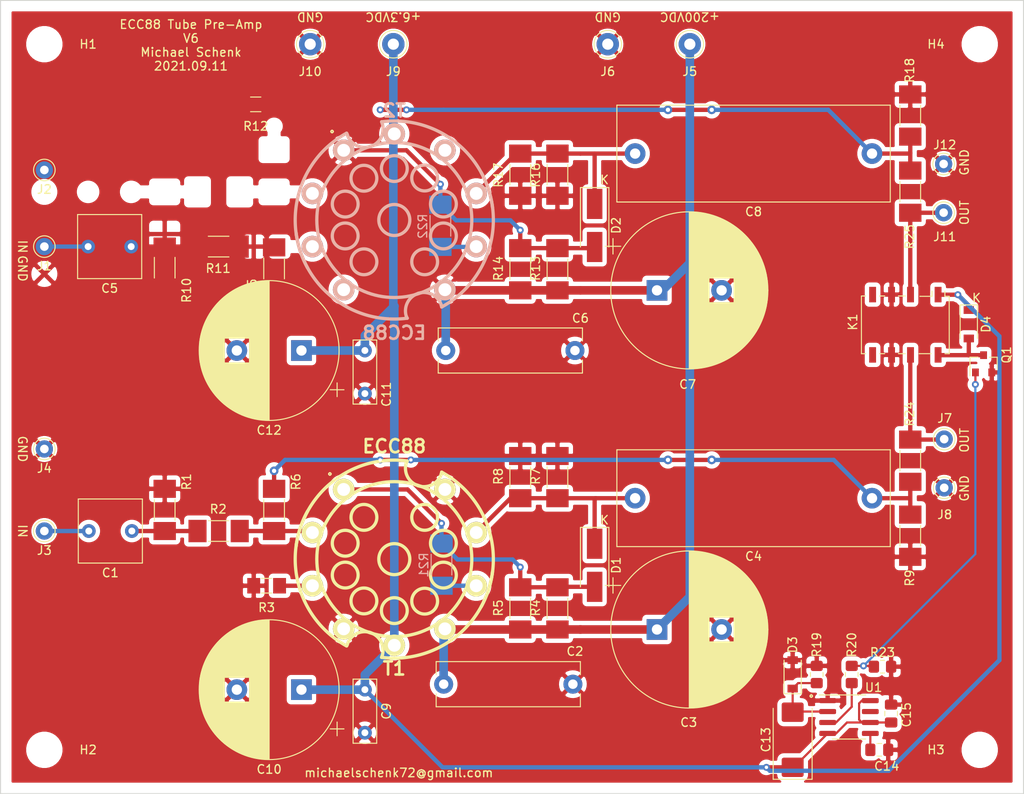
<source format=kicad_pcb>
(kicad_pcb (version 20171130) (host pcbnew "(5.1.10-0-10_14)")
  (layers (0 F.Cu signal) (31 B.Cu signal) (34 B.Paste user) (35 F.Paste user) (36 B.SilkS user) (37 F.SilkS user) (38 B.Mask user) (39 F.Mask user) (44 Edge.Cuts user))
  (net 0 "")
  (net 1 "Net-(C1-Pad2)")
  (net 2 "Net-(C1-Pad1)")
  (net 3 GND)
  (net 4 VDDA)
  (net 5 "Net-(C4-Pad2)")
  (net 6 "Net-(C4-Pad1)")
  (net 7 VDDF)
  (net 8 "Net-(R2-Pad1)")
  (net 9 "Net-(R3-Pad1)")
  (net 10 "Net-(C5-Pad2)")
  (net 11 "Net-(C5-Pad1)")
  (net 12 "Net-(C8-Pad2)")
  (net 13 "Net-(C8-Pad1)")
  (net 14 "Net-(R11-Pad1)")
  (net 15 "Net-(R12-Pad1)")
  (net 16 "Net-(D1-Pad2)")
  (net 17 "Net-(D2-Pad2)")
  (net 18 "Net-(R21-Pad2)")
  (net 19 "Net-(R22-Pad2)")
  (net 20 "Net-(C13-Pad2)")
  (net 21 "Net-(C14-Pad1)")
  (net 22 "Net-(D4-Pad2)")
  (net 23 "Net-(J11-Pad1)")
  (net 24 "Net-(Q1-Pad1)")
  (net 25 "Net-(R20-Pad2)")
  (net 26 "Net-(J7-Pad1)")
  (module Resistor_SMD:R_MELF_MMB-0207 (layer F.Cu) (at 144.3355 124.55 270)
    (fp_text reference R24 (at -5.424 0.0635 90) (layer F.SilkS))
    (fp_text value 470R)
    (pad 2 smd rect (at 2.45 0 270) (size 2.1 2.6) (layers F.Cu F.Paste F.Mask) (net 6 "Net-(C4-Pad1)"))
    (pad 1 smd rect (at -2.45 0 270) (size 2.1 2.6) (layers F.Cu F.Paste F.Mask) (net 26 "Net-(J7-Pad1)"))
  )
  (module Resistor_SMD:R_MELF_MMB-0207 (layer F.Cu) (at 144.3355 93.3185 90)
    (fp_text reference R25 (at -5.2335 -0.0635 90) (layer F.SilkS))
    (fp_text value 470R)
    (pad 2 smd rect (at 2.45 0 90) (size 2.1 2.6) (layers F.Cu F.Paste F.Mask) (net 13 "Net-(C8-Pad1)"))
    (pad 1 smd rect (at -2.45 0 90) (size 2.1 2.6) (layers F.Cu F.Paste F.Mask) (net 23 "Net-(J11-Pad1)"))
  )
  (module Relay_SMD:Relay_DPDT_Omron_G6K-2F-Y (layer F.Cu) (at 143.764 108.768 270)
    (fp_text reference K1 (at -0.31 6.096 90) (layer F.SilkS))
    (fp_text value G6K-2)
    (pad 1 smd rect (at -3.5 -3.8 270) (size 1.8 0.8) (layers F.Cu F.Paste F.Mask) (net 7 VDDF))
    (pad 2 smd rect (at -3.5 -0.6 270) (size 1.8 0.8) (layers F.Cu F.Paste F.Mask) (net 23 "Net-(J11-Pad1)"))
    (pad 3 smd rect (at -3.5 1.6 270) (size 1.8 0.8) (layers F.Cu F.Paste F.Mask) (net 3 GND))
    (pad 4 smd rect (at -3.5 3.8 270) (size 1.8 0.8) (layers F.Cu F.Paste F.Mask))
    (pad 5 smd rect (at 3.5 3.8 270) (size 1.8 0.8) (layers F.Cu F.Paste F.Mask))
    (pad 6 smd rect (at 3.5 1.6 270) (size 1.8 0.8) (layers F.Cu F.Paste F.Mask) (net 3 GND))
    (pad 7 smd rect (at 3.5 -0.6 270) (size 1.8 0.8) (layers F.Cu F.Paste F.Mask) (net 26 "Net-(J7-Pad1)"))
    (pad 8 smd rect (at 3.5 -3.8 270) (size 1.8 0.8) (layers F.Cu F.Paste F.Mask) (net 22 "Net-(D4-Pad2)"))
  )
  (module Package_SO:SOIC-8_3.9x4.9mm_P1.27mm (layer F.Cu) (at 137.222 154.305)
    (fp_text reference U1 (at 2.859 -3.429) (layer F.SilkS))
    (fp_text value TLC555xD)
    (pad 8 smd roundrect (at 2.475 -1.905) (size 1.95 0.6) (layers F.Cu F.Paste F.Mask) (net 7 VDDF))
    (pad 7 smd roundrect (at 2.475 -0.635) (size 1.95 0.6) (layers F.Cu F.Paste F.Mask))
    (pad 6 smd roundrect (at 2.475 0.635) (size 1.95 0.6) (layers F.Cu F.Paste F.Mask) (net 7 VDDF))
    (pad 5 smd roundrect (at 2.475 1.905) (size 1.95 0.6) (layers F.Cu F.Paste F.Mask) (net 21 "Net-(C14-Pad1)"))
    (pad 4 smd roundrect (at -2.475 1.905) (size 1.95 0.6) (layers F.Cu F.Paste F.Mask) (net 7 VDDF))
    (pad 3 smd roundrect (at -2.475 0.635) (size 1.95 0.6) (layers F.Cu F.Paste F.Mask) (net 25 "Net-(R20-Pad2)"))
    (pad 2 smd roundrect (at -2.475 -0.635) (size 1.95 0.6) (layers F.Cu F.Paste F.Mask) (net 20 "Net-(C13-Pad2)"))
    (pad 1 smd roundrect (at -2.475 -1.905) (size 1.95 0.6) (layers F.Cu F.Paste F.Mask) (net 3 GND))
  )
  (module Resistor_SMD:R_0805_2012Metric_Pad1.20x1.40mm_HandSolder (layer F.Cu) (at 141.113 148.463)
    (fp_text reference R23 (at 0 -1.65) (layer F.SilkS))
    (fp_text value 2.49k)
    (pad 2 smd roundrect (at 1 0) (size 1.2 1.4) (layers F.Cu F.Paste F.Mask) (roundrect_rratio 0.2083325) (net 3 GND))
    (pad 1 smd roundrect (at -1 0) (size 1.2 1.4) (layers F.Cu F.Paste F.Mask) (roundrect_rratio 0.2083325) (net 24 "Net-(Q1-Pad1)"))
  )
  (module Resistor_SMD:R_0805_2012Metric_Pad1.20x1.40mm_HandSolder (layer F.Cu) (at 137.541 149.368 270)
    (fp_text reference R20 (at -3.445 0 90) (layer F.SilkS))
    (fp_text value 2.49k)
    (pad 2 smd roundrect (at 1 0 270) (size 1.2 1.4) (layers F.Cu F.Paste F.Mask) (roundrect_rratio 0.2083325) (net 25 "Net-(R20-Pad2)"))
    (pad 1 smd roundrect (at -1 0 270) (size 1.2 1.4) (layers F.Cu F.Paste F.Mask) (roundrect_rratio 0.2083325) (net 24 "Net-(Q1-Pad1)"))
  )
  (module Resistor_SMD:R_0805_2012Metric_Pad1.20x1.40mm_HandSolder (layer F.Cu) (at 133.477 149.368 90)
    (fp_text reference R19 (at 3.445 0 90) (layer F.SilkS))
    (fp_text value 2Meg)
    (pad 2 smd roundrect (at 1 0 90) (size 1.2 1.4) (layers F.Cu F.Paste F.Mask) (roundrect_rratio 0.2083325) (net 3 GND))
    (pad 1 smd roundrect (at -1 0 90) (size 1.2 1.4) (layers F.Cu F.Paste F.Mask) (roundrect_rratio 0.2083325) (net 20 "Net-(C13-Pad2)"))
  )
  (module Package_TO_SOT_SMD:SOT-23 (layer F.Cu) (at 152.847 113.3 90)
    (fp_text reference Q1 (at 1.032 2.667 90) (layer F.SilkS))
    (fp_text value MMBT3904)
    (pad 3 smd rect (at 1 0 90) (size 0.9 0.8) (layers F.Cu F.Paste F.Mask) (net 22 "Net-(D4-Pad2)"))
    (pad 2 smd rect (at -1 0.95 90) (size 0.9 0.8) (layers F.Cu F.Paste F.Mask) (net 3 GND))
    (pad 1 smd rect (at -1 -0.95 90) (size 0.9 0.8) (layers F.Cu F.Paste F.Mask) (net 24 "Net-(Q1-Pad1)"))
  )
  (module Diode_SMD:D_SOD-123 (layer F.Cu) (at 151.13 108.712 270)
    (fp_text reference D4 (at 0 -2 90) (layer F.SilkS))
    (fp_text value 1N4148W)
    (pad 2 smd rect (at 1.65 0 270) (size 0.9 1.2) (layers F.Cu F.Paste F.Mask) (net 22 "Net-(D4-Pad2)"))
    (pad 1 smd rect (at -1.65 0 270) (size 0.9 1.2) (layers F.Cu F.Paste F.Mask) (net 7 VDDF))
  )
  (module Diode_SMD:D_SOD-123 (layer F.Cu) (at 130.683 149.352 90)
    (fp_text reference D3 (at 3.429 0 90) (layer F.SilkS))
    (fp_text value 1N4148W)
    (pad 2 smd rect (at 1.65 0 90) (size 0.9 1.2) (layers F.Cu F.Paste F.Mask) (net 3 GND))
    (pad 1 smd rect (at -1.65 0 90) (size 0.9 1.2) (layers F.Cu F.Paste F.Mask) (net 20 "Net-(C13-Pad2)"))
  )
  (module Capacitor_SMD:C_0805_2012Metric_Pad1.18x1.45mm_HandSolder (layer F.Cu) (at 142.113 153.9025 90)
    (fp_text reference C15 (at -0.1485 1.778 90) (layer F.SilkS))
    (fp_text value 100nF/50V)
    (pad 2 smd roundrect (at 1.0375 0 90) (size 1.175 1.45) (layers F.Cu F.Paste F.Mask) (roundrect_rratio 0.2127659574468085) (net 3 GND))
    (pad 1 smd roundrect (at -1.0375 0 90) (size 1.175 1.45) (layers F.Cu F.Paste F.Mask) (roundrect_rratio 0.2127659574468085) (net 7 VDDF))
  )
  (module Capacitor_SMD:C_0805_2012Metric_Pad1.18x1.45mm_HandSolder (layer F.Cu) (at 140.7375 158.115)
    (fp_text reference C14 (at 0.8675 1.905) (layer F.SilkS))
    (fp_text value 100nF/50V)
    (pad 2 smd roundrect (at 1.0375 0) (size 1.175 1.45) (layers F.Cu F.Paste F.Mask) (roundrect_rratio 0.2127659574468085) (net 3 GND))
    (pad 1 smd roundrect (at -1.0375 0) (size 1.175 1.45) (layers F.Cu F.Paste F.Mask) (roundrect_rratio 0.2127659574468085) (net 21 "Net-(C14-Pad1)"))
  )
  (module Capacitor_Tantalum_SMD:CP_EIA-7343-31_Kemet-D_Pad2.25x2.55mm_HandSolder (layer F.Cu) (at 130.683 156.947 90)
    (fp_text reference C13 (at 0 -3.1 90) (layer F.SilkS))
    (fp_text value 15uF/25V)
    (pad 2 smd roundrect (at 3.2 0 90) (size 2.25 2.55) (layers F.Cu F.Paste F.Mask) (roundrect_rratio 0.1111106666666667) (net 20 "Net-(C13-Pad2)"))
    (pad 1 smd roundrect (at -3.2 0 90) (size 2.25 2.55) (layers F.Cu F.Paste F.Mask) (roundrect_rratio 0.1111106666666667) (net 7 VDDF))
  )
  (module kicad-snk:TubeNoval-ECC88 (layer B.Cu) (at 84.43976 96.6089 180)
    (fp_text reference T2 (at 0 12.7) (layer B.SilkS) (effects (font (size 1.524 1.524) (thickness 0.3048)) (justify mirror)))
    (fp_text value ECC88 (at 0 -13.09878) (layer B.SilkS) (effects (font (size 1.524 1.524) (thickness 0.3048)) (justify mirror)))
    (pad 1 thru_hole circle (at 5.87756 -8.0899 180) (size 2.49936 2.49936) (drill 1.4986) (layers *.Cu *.Mask B.SilkS) (net 17 "Net-(D2-Pad2)"))
    (pad 2 thru_hole circle (at 9.50976 -3.0861 180) (size 2.49936 2.49936) (drill 1.4986) (layers *.Cu *.Mask B.SilkS) (net 14 "Net-(R11-Pad1)"))
    (pad 3 thru_hole circle (at 9.50976 3.0861 180) (size 2.49936 2.49936) (drill 1.4986) (layers *.Cu *.Mask B.SilkS) (net 15 "Net-(R12-Pad1)"))
    (pad 4 thru_hole circle (at 5.87756 8.0899 180) (size 2.49936 2.49936) (drill 1.4986) (layers *.Cu *.Mask B.SilkS) (net 3 GND))
    (pad 5 thru_hole circle (at 0 9.99998 180) (size 2.49936 2.49936) (drill 1.4986) (layers *.Cu *.Mask B.SilkS) (net 7 VDDF))
    (pad 6 thru_hole circle (at -5.87756 8.0899 180) (size 2.49936 2.49936) (drill 1.4986) (layers *.Cu *.Mask B.SilkS) (net 4 VDDA))
    (pad 7 thru_hole circle (at -9.50976 3.0861 180) (size 2.49936 2.49936) (drill 1.4986) (layers *.Cu *.Mask B.SilkS) (net 19 "Net-(R22-Pad2)"))
    (pad 8 thru_hole circle (at -9.50976 -3.0861 180) (size 2.49936 2.49936) (drill 1.4986) (layers *.Cu *.Mask B.SilkS) (net 12 "Net-(C8-Pad2)"))
    (pad 9 thru_hole circle (at -5.87756 -8.0899 180) (size 2.49936 2.49936) (drill 1.4986) (layers *.Cu *.Mask B.SilkS) (net 3 GND))
  )
  (module kicad-snk:TubeNoval-ECC88 (layer F.Cu) (at 84.43976 135.9789 180)
    (fp_text reference T1 (at 0 -12.7) (layer F.SilkS) (effects (font (size 1.524 1.524) (thickness 0.3048))))
    (fp_text value ECC88 (at 0 13.09878) (layer F.SilkS) (effects (font (size 1.524 1.524) (thickness 0.3048))))
    (pad 1 thru_hole circle (at 5.87756 8.0899 180) (size 2.49936 2.49936) (drill 1.4986) (layers *.Cu *.Mask F.SilkS) (net 16 "Net-(D1-Pad2)"))
    (pad 2 thru_hole circle (at 9.50976 3.0861 180) (size 2.49936 2.49936) (drill 1.4986) (layers *.Cu *.Mask F.SilkS) (net 8 "Net-(R2-Pad1)"))
    (pad 3 thru_hole circle (at 9.50976 -3.0861 180) (size 2.49936 2.49936) (drill 1.4986) (layers *.Cu *.Mask F.SilkS) (net 9 "Net-(R3-Pad1)"))
    (pad 4 thru_hole circle (at 5.87756 -8.0899 180) (size 2.49936 2.49936) (drill 1.4986) (layers *.Cu *.Mask F.SilkS) (net 3 GND))
    (pad 5 thru_hole circle (at 0 -9.99998 180) (size 2.49936 2.49936) (drill 1.4986) (layers *.Cu *.Mask F.SilkS) (net 7 VDDF))
    (pad 6 thru_hole circle (at -5.87756 -8.0899 180) (size 2.49936 2.49936) (drill 1.4986) (layers *.Cu *.Mask F.SilkS) (net 4 VDDA))
    (pad 7 thru_hole circle (at -9.50976 -3.0861 180) (size 2.49936 2.49936) (drill 1.4986) (layers *.Cu *.Mask F.SilkS) (net 18 "Net-(R21-Pad2)"))
    (pad 8 thru_hole circle (at -9.50976 3.0861 180) (size 2.49936 2.49936) (drill 1.4986) (layers *.Cu *.Mask F.SilkS) (net 5 "Net-(C4-Pad2)"))
    (pad 9 thru_hole circle (at -5.87756 8.0899 180) (size 2.49936 2.49936) (drill 1.4986) (layers *.Cu *.Mask F.SilkS) (net 3 GND))
  )
  (module Diode_SMD:D_SMA_Handsoldering (layer F.Cu) (at 107.696 97.242 270)
    (fp_text reference D2 (at 0 -2.5 90) (layer F.SilkS))
    (fp_text value 1N4007)
    (pad 2 smd rect (at 2.5 0 270) (size 3.5 1.8) (layers F.Cu F.Paste F.Mask) (net 17 "Net-(D2-Pad2)"))
    (pad 1 smd rect (at -2.5 0 270) (size 3.5 1.8) (layers F.Cu F.Paste F.Mask) (net 12 "Net-(C8-Pad2)"))
  )
  (module Diode_SMD:D_SMA_Handsoldering (layer F.Cu) (at 107.696 136.692 270)
    (fp_text reference D1 (at 0 -2.5 90) (layer F.SilkS))
    (fp_text value 1N4007)
    (pad 2 smd rect (at 2.5 0 270) (size 3.5 1.8) (layers F.Cu F.Paste F.Mask) (net 16 "Net-(D1-Pad2)"))
    (pad 1 smd rect (at -2.5 0 270) (size 3.5 1.8) (layers F.Cu F.Paste F.Mask) (net 5 "Net-(C4-Pad2)"))
  )
  (module Resistor_SMD:R_MELF_MMB-0207 (layer B.Cu) (at 89.789 97.282 270)
    (fp_text reference R22 (at 0.05 2.05 270) (layer B.SilkS) (effects (justify mirror)))
    (fp_text value 100R)
    (pad 2 smd rect (at 2.45 0 270) (size 2.1 2.6) (layers B.Cu B.Paste B.Mask) (net 19 "Net-(R22-Pad2)"))
    (pad 1 smd rect (at -2.45 0 270) (size 2.1 2.6) (layers B.Cu B.Paste B.Mask) (net 17 "Net-(D2-Pad2)"))
  )
  (module Resistor_SMD:R_MELF_MMB-0207 (layer B.Cu) (at 89.916 136.615 270)
    (fp_text reference R21 (at 0.05 2.05 90) (layer B.SilkS) (effects (justify mirror)))
    (fp_text value 100R)
    (pad 2 smd rect (at 2.45 0 270) (size 2.1 2.6) (layers B.Cu B.Paste B.Mask) (net 18 "Net-(R21-Pad2)"))
    (pad 1 smd rect (at -2.45 0 270) (size 2.1 2.6) (layers B.Cu B.Paste B.Mask) (net 16 "Net-(D1-Pad2)"))
  )
  (module Capacitor_THT:C_Rect_L31.5mm_W11.0mm_P27.50mm_MKS4 (layer F.Cu) (at 139.895 88.9 180)
    (fp_text reference C8 (at 13.75 -6.75) (layer F.SilkS))
    (fp_text value 2.2uF)
    (pad 2 thru_hole circle (at 27.5 0 180) (size 2.4 2.4) (drill 1.2) (layers *.Cu *.Mask) (net 12 "Net-(C8-Pad2)"))
    (pad 1 thru_hole circle (at 0 0 180) (size 2.4 2.4) (drill 1.2) (layers *.Cu *.Mask) (net 13 "Net-(C8-Pad1)"))
  )
  (module Capacitor_THT:C_Rect_L31.5mm_W11.0mm_P27.50mm_MKS4 (layer F.Cu) (at 139.895 128.905 180)
    (fp_text reference C4 (at 13.75 -6.75) (layer F.SilkS))
    (fp_text value 2.2uF)
    (pad 2 thru_hole circle (at 27.5 0 180) (size 2.4 2.4) (drill 1.2) (layers *.Cu *.Mask) (net 5 "Net-(C4-Pad2)"))
    (pad 1 thru_hole circle (at 0 0 180) (size 2.4 2.4) (drill 1.2) (layers *.Cu *.Mask) (net 6 "Net-(C4-Pad1)"))
  )
  (module Capacitor_THT:CP_Radial_D16.0mm_P7.50mm (layer F.Cu) (at 73.66 111.76 180)
    (fp_text reference C12 (at 3.75 -9.25) (layer F.SilkS))
    (fp_text value 2200uF)
    (pad 2 thru_hole circle (at 7.5 0 180) (size 2.4 2.4) (drill 1.2) (layers *.Cu *.Mask) (net 3 GND))
    (pad 1 thru_hole rect (at 0 0 180) (size 2.4 2.4) (drill 1.2) (layers *.Cu *.Mask) (net 7 VDDF))
  )
  (module Capacitor_THT:C_Rect_L7.2mm_W2.5mm_P5.00mm_FKS2_FKP2_MKS2_MKP2 (layer F.Cu) (at 81.026 111.76 270)
    (fp_text reference C11 (at 5.08 -2.5 90) (layer F.SilkS))
    (fp_text value 100nF)
    (pad 2 thru_hole circle (at 5 0 270) (size 1.6 1.6) (drill 0.8) (layers *.Cu *.Mask) (net 3 GND))
    (pad 1 thru_hole circle (at 0 0 270) (size 1.6 1.6) (drill 0.8) (layers *.Cu *.Mask) (net 7 VDDF))
  )
  (module Capacitor_THT:CP_Radial_D16.0mm_P7.50mm (layer F.Cu) (at 73.66 151.13 180)
    (fp_text reference C10 (at 3.75 -9.25) (layer F.SilkS))
    (fp_text value 2200uF)
    (pad 2 thru_hole circle (at 7.5 0 180) (size 2.4 2.4) (drill 1.2) (layers *.Cu *.Mask) (net 3 GND))
    (pad 1 thru_hole rect (at 0 0 180) (size 2.4 2.4) (drill 1.2) (layers *.Cu *.Mask) (net 7 VDDF))
  )
  (module Capacitor_THT:C_Rect_L7.2mm_W2.5mm_P5.00mm_FKS2_FKP2_MKS2_MKP2 (layer F.Cu) (at 81.026 151.13 270)
    (fp_text reference C9 (at 2.5 -2.5 90) (layer F.SilkS))
    (fp_text value 100nF)
    (pad 2 thru_hole circle (at 5 0 270) (size 1.6 1.6) (drill 0.8) (layers *.Cu *.Mask) (net 3 GND))
    (pad 1 thru_hole circle (at 0 0 270) (size 1.6 1.6) (drill 0.8) (layers *.Cu *.Mask) (net 7 VDDF))
  )
  (module Resistor_SMD:R_MELF_MMB-0207 (layer F.Cu) (at 144.3355 84.4815 90)
    (fp_text reference R18 (at 5.2335 -0.0635 90) (layer F.SilkS))
    (fp_text value 1Meg)
    (pad 2 smd rect (at 2.45 0 90) (size 2.1 2.6) (layers F.Cu F.Paste F.Mask) (net 3 GND))
    (pad 1 smd rect (at -2.45 0 90) (size 2.1 2.6) (layers F.Cu F.Paste F.Mask) (net 13 "Net-(C8-Pad1)"))
  )
  (module Resistor_SMD:R_MELF_MMB-0207 (layer F.Cu) (at 99.06 91.35 270)
    (fp_text reference R17 (at 0.05 2.54 90) (layer F.SilkS))
    (fp_text value 39k)
    (pad 2 smd rect (at 2.45 0 270) (size 2.1 2.6) (layers F.Cu F.Paste F.Mask) (net 3 GND))
    (pad 1 smd rect (at -2.45 0 270) (size 2.1 2.6) (layers F.Cu F.Paste F.Mask) (net 12 "Net-(C8-Pad2)"))
  )
  (module Resistor_SMD:R_MELF_MMB-0207 (layer F.Cu) (at 103.378 91.35 270)
    (fp_text reference R16 (at 0.05 2.54 90) (layer F.SilkS))
    (fp_text value 56k)
    (pad 2 smd rect (at 2.45 0 270) (size 2.1 2.6) (layers F.Cu F.Paste F.Mask) (net 3 GND))
    (pad 1 smd rect (at -2.45 0 270) (size 2.1 2.6) (layers F.Cu F.Paste F.Mask) (net 12 "Net-(C8-Pad2)"))
  )
  (module Resistor_SMD:R_MELF_MMB-0207 (layer F.Cu) (at 70.485 102.235 90)
    (fp_text reference R15 (at -2.63 -2.54 90) (layer F.SilkS))
    (fp_text value 100k)
    (pad 2 smd rect (at 2.45 0 90) (size 2.1 2.6) (layers F.Cu F.Paste F.Mask) (net 14 "Net-(R11-Pad1)"))
    (pad 1 smd rect (at -2.45 0 90) (size 2.1 2.6) (layers F.Cu F.Paste F.Mask) (net 13 "Net-(C8-Pad1)"))
  )
  (module Resistor_SMD:R_MELF_MMB-0207 (layer F.Cu) (at 99.06 102.325 90)
    (fp_text reference R14 (at 0.09 -2.54 90) (layer F.SilkS))
    (fp_text value 39k)
    (pad 2 smd rect (at 2.45 0 90) (size 2.1 2.6) (layers F.Cu F.Paste F.Mask) (net 17 "Net-(D2-Pad2)"))
    (pad 1 smd rect (at -2.45 0 90) (size 2.1 2.6) (layers F.Cu F.Paste F.Mask) (net 4 VDDA))
  )
  (module Resistor_SMD:R_MELF_MMB-0207 (layer F.Cu) (at 103.378 102.325 90)
    (fp_text reference R13 (at 0.09 -2.54 90) (layer F.SilkS))
    (fp_text value 56k)
    (pad 2 smd rect (at 2.45 0 90) (size 2.1 2.6) (layers F.Cu F.Paste F.Mask) (net 17 "Net-(D2-Pad2)"))
    (pad 1 smd rect (at -2.45 0 90) (size 2.1 2.6) (layers F.Cu F.Paste F.Mask) (net 4 VDDA))
  )
  (module Resistor_SMD:R_MiniMELF_MMA-0204 (layer F.Cu) (at 68.35 83.185 180)
    (fp_text reference R12 (at 0 -2.54) (layer F.SilkS))
    (fp_text value 1.21k)
    (pad 2 smd rect (at 1.5 0 180) (size 1.5 1.8) (layers F.Cu F.Paste F.Mask) (net 3 GND))
    (pad 1 smd rect (at -1.5 0 180) (size 1.5 1.8) (layers F.Cu F.Paste F.Mask) (net 15 "Net-(R12-Pad1)"))
  )
  (module Resistor_SMD:R_MELF_MMB-0207 (layer F.Cu) (at 64.045 99.695 180)
    (fp_text reference R11 (at 0.05 -2.54) (layer F.SilkS))
    (fp_text value 47k)
    (pad 2 smd rect (at 2.45 0 180) (size 2.1 2.6) (layers F.Cu F.Paste F.Mask) (net 11 "Net-(C5-Pad1)"))
    (pad 1 smd rect (at -2.45 0 180) (size 2.1 2.6) (layers F.Cu F.Paste F.Mask) (net 14 "Net-(R11-Pad1)"))
  )
  (module Resistor_SMD:R_MELF_MMB-0207 (layer F.Cu) (at 57.785 102.145 270)
    (fp_text reference R10 (at 2.63 -2.54 90) (layer F.SilkS))
    (fp_text value 1Meg)
    (pad 2 smd rect (at 2.45 0 270) (size 2.1 2.6) (layers F.Cu F.Paste F.Mask) (net 3 GND))
    (pad 1 smd rect (at -2.45 0 270) (size 2.1 2.6) (layers F.Cu F.Paste F.Mask) (net 11 "Net-(C5-Pad1)"))
  )
  (module Connector_Pin:Pin_D1.0mm_L10.0mm (layer F.Cu) (at 148.209 90.1065)
    (fp_text reference J12 (at 0.127 -2.2225) (layer F.SilkS))
    (fp_text value Conn_01x01)
    (pad 1 thru_hole circle (at 0 0) (size 2 2) (drill 1) (layers *.Cu *.Mask) (net 3 GND))
  )
  (module Connector_Pin:Pin_D1.0mm_L10.0mm (layer F.Cu) (at 148.209 95.758)
    (fp_text reference J11 (at 0.127 2.794) (layer F.SilkS))
    (fp_text value Conn_01x01)
    (pad 1 thru_hole circle (at 0 0) (size 2 2) (drill 1) (layers *.Cu *.Mask) (net 23 "Net-(J11-Pad1)"))
  )
  (module Connector_Pin:Pin_D1.3mm_L11.0mm (layer F.Cu) (at 74.676 76.2)
    (fp_text reference J10 (at 0 3.175) (layer F.SilkS))
    (fp_text value Conn_01x01)
    (pad 1 thru_hole circle (at 0 0) (size 2.6 2.6) (drill 1.3) (layers *.Cu *.Mask) (net 3 GND))
  )
  (module Connector_Pin:Pin_D1.3mm_L11.0mm (layer F.Cu) (at 84.328 76.2)
    (fp_text reference J9 (at 0 3.175) (layer F.SilkS))
    (fp_text value Conn_01x01)
    (pad 1 thru_hole circle (at 0 0) (size 2.6 2.6) (drill 1.3) (layers *.Cu *.Mask) (net 7 VDDF))
  )
  (module Connector_Pin:Pin_D1.0mm_L10.0mm (layer F.Cu) (at 43.815 90.805)
    (fp_text reference J2 (at 0 2.25) (layer F.SilkS))
    (fp_text value Conn_01x01)
    (pad 1 thru_hole circle (at 0 0) (size 2 2) (drill 1) (layers *.Cu *.Mask) (net 3 GND))
  )
  (module Connector_Pin:Pin_D1.0mm_L10.0mm (layer F.Cu) (at 43.815 99.695)
    (fp_text reference J1 (at 0 2.25) (layer F.SilkS))
    (fp_text value Conn_01x01)
    (pad 1 thru_hole circle (at 0 0) (size 2 2) (drill 1) (layers *.Cu *.Mask) (net 10 "Net-(C5-Pad2)"))
  )
  (module Capacitor_THT:CP_Radial_D18.0mm_P7.50mm (layer F.Cu) (at 114.935 104.775)
    (fp_text reference C7 (at 3.556 10.922) (layer F.SilkS))
    (fp_text value 100uF)
    (pad 2 thru_hole circle (at 7.5 0) (size 2.4 2.4) (drill 1.2) (layers *.Cu *.Mask) (net 3 GND))
    (pad 1 thru_hole rect (at 0 0) (size 2.4 2.4) (drill 1.2) (layers *.Cu *.Mask) (net 4 VDDA))
  )
  (module Capacitor_THT:C_Rect_L16.5mm_W5.0mm_P15.00mm_MKT (layer F.Cu) (at 90.41 111.76)
    (fp_text reference C6 (at 15.635 -3.75) (layer F.SilkS))
    (fp_text value 100nF)
    (pad 2 thru_hole circle (at 15 0) (size 2.2 2.2) (drill 1.1) (layers *.Cu *.Mask) (net 3 GND))
    (pad 1 thru_hole circle (at 0 0) (size 2.2 2.2) (drill 1.1) (layers *.Cu *.Mask) (net 4 VDDA))
  )
  (module Capacitor_THT:C_Rect_L7.2mm_W7.2mm_P5.00mm_FKS2_FKP2_MKS2_MKP2 (layer F.Cu) (at 53.895 99.695 180)
    (fp_text reference C5 (at 2.5 -4.85) (layer F.SilkS))
    (fp_text value 3.3uF)
    (pad 2 thru_hole circle (at 5 0 180) (size 1.6 1.6) (drill 0.8) (layers *.Cu *.Mask) (net 10 "Net-(C5-Pad2)"))
    (pad 1 thru_hole circle (at 0 0 180) (size 1.6 1.6) (drill 0.8) (layers *.Cu *.Mask) (net 11 "Net-(C5-Pad1)"))
  )
  (module Resistor_SMD:R_MELF_MMB-0207 (layer F.Cu) (at 144.3355 133.26 90)
    (fp_text reference R9 (at -4.916 -0.0635 90) (layer F.SilkS))
    (fp_text value 1Meg)
    (pad 2 smd rect (at 2.45 0 90) (size 2.1 2.6) (layers F.Cu F.Paste F.Mask) (net 6 "Net-(C4-Pad1)"))
    (pad 1 smd rect (at -2.45 0 90) (size 2.1 2.6) (layers F.Cu F.Paste F.Mask) (net 3 GND))
  )
  (module Resistor_SMD:R_MELF_MMB-0207 (layer F.Cu) (at 99.06 126.455 90)
    (fp_text reference R8 (at 0.09 -2.54 90) (layer F.SilkS))
    (fp_text value 39k)
    (pad 2 smd rect (at 2.45 0 90) (size 2.1 2.6) (layers F.Cu F.Paste F.Mask) (net 3 GND))
    (pad 1 smd rect (at -2.45 0 90) (size 2.1 2.6) (layers F.Cu F.Paste F.Mask) (net 5 "Net-(C4-Pad2)"))
  )
  (module Resistor_SMD:R_MELF_MMB-0207 (layer F.Cu) (at 103.378 126.455 90)
    (fp_text reference R7 (at 0.09 -2.54 90) (layer F.SilkS))
    (fp_text value 56k)
    (pad 2 smd rect (at 2.45 0 90) (size 2.1 2.6) (layers F.Cu F.Paste F.Mask) (net 3 GND))
    (pad 1 smd rect (at -2.45 0 90) (size 2.1 2.6) (layers F.Cu F.Paste F.Mask) (net 5 "Net-(C4-Pad2)"))
  )
  (module Resistor_SMD:R_MELF_MMB-0207 (layer F.Cu) (at 70.485 130.265 270)
    (fp_text reference R6 (at -3.265 -2.54 90) (layer F.SilkS))
    (fp_text value 100k)
    (pad 2 smd rect (at 2.45 0 270) (size 2.1 2.6) (layers F.Cu F.Paste F.Mask) (net 8 "Net-(R2-Pad1)"))
    (pad 1 smd rect (at -2.45 0 270) (size 2.1 2.6) (layers F.Cu F.Paste F.Mask) (net 6 "Net-(C4-Pad1)"))
  )
  (module Resistor_SMD:R_MELF_MMB-0207 (layer F.Cu) (at 99.06 141.695 90)
    (fp_text reference R5 (at 0.05 -2.54 90) (layer F.SilkS))
    (fp_text value 39k)
    (pad 2 smd rect (at 2.45 0 90) (size 2.1 2.6) (layers F.Cu F.Paste F.Mask) (net 16 "Net-(D1-Pad2)"))
    (pad 1 smd rect (at -2.45 0 90) (size 2.1 2.6) (layers F.Cu F.Paste F.Mask) (net 4 VDDA))
  )
  (module Resistor_SMD:R_MELF_MMB-0207 (layer F.Cu) (at 103.378 141.695 90)
    (fp_text reference R4 (at 0.05 -2.54 90) (layer F.SilkS))
    (fp_text value 56k)
    (pad 2 smd rect (at 2.45 0 90) (size 2.1 2.6) (layers F.Cu F.Paste F.Mask) (net 16 "Net-(D1-Pad2)"))
    (pad 1 smd rect (at -2.45 0 90) (size 2.1 2.6) (layers F.Cu F.Paste F.Mask) (net 4 VDDA))
  )
  (module Resistor_SMD:R_MiniMELF_MMA-0204 (layer F.Cu) (at 69.62 139.065 180)
    (fp_text reference R3 (at 0 -2.54) (layer F.SilkS))
    (fp_text value 1.21k)
    (pad 2 smd rect (at 1.5 0 180) (size 1.5 1.8) (layers F.Cu F.Paste F.Mask) (net 3 GND))
    (pad 1 smd rect (at -1.5 0 180) (size 1.5 1.8) (layers F.Cu F.Paste F.Mask) (net 9 "Net-(R3-Pad1)"))
  )
  (module Resistor_SMD:R_MELF_MMB-0207 (layer F.Cu) (at 64.045 132.715 180)
    (fp_text reference R2 (at 0.05 2.54) (layer F.SilkS))
    (fp_text value 47k)
    (pad 2 smd rect (at 2.45 0 180) (size 2.1 2.6) (layers F.Cu F.Paste F.Mask) (net 2 "Net-(C1-Pad1)"))
    (pad 1 smd rect (at -2.45 0 180) (size 2.1 2.6) (layers F.Cu F.Paste F.Mask) (net 8 "Net-(R2-Pad1)"))
  )
  (module Resistor_SMD:R_MELF_MMB-0207 (layer F.Cu) (at 57.785 130.265 90)
    (fp_text reference R1 (at 3.265 2.54 90) (layer F.SilkS))
    (fp_text value 1Meg)
    (pad 2 smd rect (at 2.45 0 90) (size 2.1 2.6) (layers F.Cu F.Paste F.Mask) (net 3 GND))
    (pad 1 smd rect (at -2.45 0 90) (size 2.1 2.6) (layers F.Cu F.Paste F.Mask) (net 2 "Net-(C1-Pad1)"))
  )
  (module Connector_Pin:Pin_D1.0mm_L10.0mm (layer F.Cu) (at 148.2725 127.6985)
    (fp_text reference J8 (at 0.0635 3.1115) (layer F.SilkS))
    (fp_text value Conn_01x01)
    (pad 1 thru_hole circle (at 0 0) (size 2 2) (drill 1) (layers *.Cu *.Mask) (net 3 GND))
  )
  (module Connector_Pin:Pin_D1.0mm_L10.0mm (layer F.Cu) (at 148.2725 122.047)
    (fp_text reference J7 (at 0.0635 -2.413) (layer F.SilkS))
    (fp_text value Conn_01x01)
    (pad 1 thru_hole circle (at 0 0) (size 2 2) (drill 1) (layers *.Cu *.Mask) (net 26 "Net-(J7-Pad1)"))
  )
  (module Connector_Pin:Pin_D1.3mm_L11.0mm (layer F.Cu) (at 109.22 76.2)
    (fp_text reference J6 (at 0 3.175) (layer F.SilkS))
    (fp_text value Conn_01x01)
    (pad 1 thru_hole circle (at 0 0) (size 2.6 2.6) (drill 1.3) (layers *.Cu *.Mask) (net 3 GND))
  )
  (module Connector_Pin:Pin_D1.3mm_L11.0mm (layer F.Cu) (at 118.745 76.2)
    (fp_text reference J5 (at 0 3.175) (layer F.SilkS))
    (fp_text value Conn_01x01)
    (pad 1 thru_hole circle (at 0 0) (size 2.6 2.6) (drill 1.3) (layers *.Cu *.Mask) (net 4 VDDA))
  )
  (module Connector_Pin:Pin_D1.0mm_L10.0mm (layer F.Cu) (at 43.815 123.19)
    (fp_text reference J4 (at 0 2.25) (layer F.SilkS))
    (fp_text value Conn_01x01)
    (pad 1 thru_hole circle (at 0 0) (size 2 2) (drill 1) (layers *.Cu *.Mask) (net 3 GND))
  )
  (module Connector_Pin:Pin_D1.0mm_L10.0mm (layer F.Cu) (at 43.815 132.715)
    (fp_text reference J3 (at 0 2.25) (layer F.SilkS))
    (fp_text value Conn_01x01)
    (pad 1 thru_hole circle (at 0 0) (size 2 2) (drill 1) (layers *.Cu *.Mask) (net 1 "Net-(C1-Pad2)"))
  )
  (module MountingHole:MountingHole_3.2mm_M3 (layer F.Cu) (at 152.4 76.2)
    (fp_text reference H4 (at -5.08 0) (layer F.SilkS))
    (fp_text value MountingHole)
    (pad 1 np_thru_hole circle (at 0 0) (size 3.2 3.2) (drill 3.2) (layers *.Cu *.Mask))
  )
  (module MountingHole:MountingHole_3.2mm_M3 (layer F.Cu) (at 152.4 158.115)
    (fp_text reference H3 (at -5.08 0) (layer F.SilkS))
    (fp_text value MountingHole)
    (pad 1 np_thru_hole circle (at 0 0) (size 3.2 3.2) (drill 3.2) (layers *.Cu *.Mask))
  )
  (module MountingHole:MountingHole_3.2mm_M3 (layer F.Cu) (at 43.815 158.115)
    (fp_text reference H2 (at 5.08 0) (layer F.SilkS))
    (fp_text value MountingHole)
    (pad 1 np_thru_hole circle (at 0 0) (size 3.2 3.2) (drill 3.2) (layers *.Cu *.Mask))
  )
  (module MountingHole:MountingHole_3.2mm_M3 (layer F.Cu) (at 43.815 76.2)
    (fp_text reference H1 (at 5.08 0) (layer F.SilkS))
    (fp_text value MountingHole)
    (pad 1 np_thru_hole circle (at 0 0) (size 3.2 3.2) (drill 3.2) (layers *.Cu *.Mask))
  )
  (module Capacitor_THT:CP_Radial_D18.0mm_P7.50mm (layer F.Cu) (at 114.935 144.145)
    (fp_text reference C3 (at 3.683 10.795) (layer F.SilkS))
    (fp_text value 100uF)
    (pad 2 thru_hole circle (at 7.5 0) (size 2.4 2.4) (drill 1.2) (layers *.Cu *.Mask) (net 3 GND))
    (pad 1 thru_hole rect (at 0 0) (size 2.4 2.4) (drill 1.2) (layers *.Cu *.Mask) (net 4 VDDA))
  )
  (module Capacitor_THT:C_Rect_L16.5mm_W5.0mm_P15.00mm_MKT (layer F.Cu) (at 90.17 150.495)
    (fp_text reference C2 (at 15.24 -3.81) (layer F.SilkS))
    (fp_text value 100nF)
    (pad 2 thru_hole circle (at 15 0) (size 2.2 2.2) (drill 1.1) (layers *.Cu *.Mask) (net 3 GND))
    (pad 1 thru_hole circle (at 0 0) (size 2.2 2.2) (drill 1.1) (layers *.Cu *.Mask) (net 4 VDDA))
  )
  (module Capacitor_THT:C_Rect_L7.2mm_W7.2mm_P5.00mm_FKS2_FKP2_MKS2_MKP2 (layer F.Cu) (at 53.975 132.715 180)
    (fp_text reference C1 (at 2.5 -4.85) (layer F.SilkS))
    (fp_text value 3.3uF)
    (pad 2 thru_hole circle (at 5 0 180) (size 1.6 1.6) (drill 0.8) (layers *.Cu *.Mask) (net 1 "Net-(C1-Pad2)"))
    (pad 1 thru_hole circle (at 0 0 180) (size 1.6 1.6) (drill 0.8) (layers *.Cu *.Mask) (net 2 "Net-(C1-Pad1)"))
  )
  (gr_text ° (at 77.216 86.741) (layer F.SilkS) (effects (font (size 1 1))))
  (gr_text ° (at 76.962 126.492) (layer F.SilkS) (effects (font (size 1 1))))
  (gr_text ° (at 132.842 152.273) (layer F.SilkS) (effects (font (size 1 1))))
  (gr_text K (at 152.019 105.664) (layer F.SilkS) (effects (font (size 1 1))))
  (gr_text K (at 108.839 131.445) (layer F.SilkS) (effects (font (size 1 1))))
  (gr_text K (at 108.839 91.948) (layer F.SilkS) (effects (font (size 1 1))))
  (gr_text GND (at 74.676 73.025 180) (layer F.SilkS) (effects (font (size 1 1))))
  (gr_text GND (at 109.22 73.025 180) (layer F.SilkS) (effects (font (size 1 1))))
  (gr_text +6.3VDC (at 84.328 73.025 180) (layer F.SilkS) (effects (font (size 1 1))))
  (gr_text +200VDC (at 118.745 73.025 180) (layer F.SilkS) (effects (font (size 1 1))))
  (gr_text OUT (at 150.622 95.758 90) (layer F.SilkS) (effects (font (size 1 1))))
  (gr_text OUT (at 150.622 122.174 90) (layer F.SilkS) (effects (font (size 1 1))))
  (gr_text GND (at 150.622 127.762 90) (layer F.SilkS) (effects (font (size 1 1))))
  (gr_text GND (at 150.622 89.916 90) (layer F.SilkS) (effects (font (size 1 1))))
  (gr_text GND (at 41.275 102.235 270) (layer F.SilkS) (effects (font (size 1 1))))
  (gr_text GND (at 41.275 123.19 270) (layer F.SilkS) (effects (font (size 1 1))))
  (gr_text IN (at 41.275 132.715 270) (layer F.SilkS) (effects (font (size 1 1))))
  (gr_text IN (at 41.275 99.695 270) (layer F.SilkS) (effects (font (size 1 1))))
  (gr_text "ECC88 Tube Pre-Amp\nV6\nMichael Schenk\n2021.09.11" (at 60.833 76.327) (layer F.SilkS) (effects (font (size 1 1))))
  (gr_text michaelschenk72@gmail.com (at 84.963 160.782) (layer F.SilkS) (effects (font (size 1 1))))
  (gr_line (start 157.48 71.12) (end 157.48 163.195) (layer Edge.Cuts) (width 0.1))
  (gr_line (start 38.735 71.12) (end 157.48 71.12) (layer Edge.Cuts) (width 0.1))
  (gr_line (start 38.735 163.195) (end 38.735 71.12) (layer Edge.Cuts) (width 0.1))
  (gr_line (start 157.48 163.195) (end 38.735 163.195) (layer Edge.Cuts) (width 0.1))
  (segment (start 43.815 132.715) (end 48.975 132.715) (width 0.5) (layer B.Cu) (net 1))
  (segment (start 53.975 132.715) (end 57.785 132.715) (width 0.5) (layer F.Cu) (net 2))
  (segment (start 57.785 132.715) (end 61.595 132.715) (width 0.5) (layer F.Cu) (net 2))
  (segment (start 118.745 140.335) (end 114.935 144.145) (width 1) (layer B.Cu) (net 4))
  (segment (start 115.57 104.775) (end 118.745 101.6) (width 1) (layer B.Cu) (net 4))
  (segment (start 118.745 101.6) (end 118.745 140.335) (width 1) (layer B.Cu) (net 4))
  (segment (start 114.935 104.775) (end 115.57 104.775) (width 1) (layer B.Cu) (net 4))
  (segment (start 118.745 101.6) (end 118.745 76.2) (width 1) (layer B.Cu) (net 4))
  (segment (start 90.41 104.79148) (end 90.31732 104.6988) (width 1) (layer B.Cu) (net 4))
  (segment (start 90.41 111.76) (end 90.41 104.79148) (width 1) (layer B.Cu) (net 4))
  (segment (start 90.17 144.21612) (end 90.31732 144.0688) (width 1) (layer B.Cu) (net 4))
  (segment (start 90.17 150.495) (end 90.17 144.21612) (width 1) (layer B.Cu) (net 4))
  (segment (start 114.935 144.145) (end 106.045 144.145) (width 1) (layer F.Cu) (net 4))
  (segment (start 90.39352 144.145) (end 90.31732 144.0688) (width 1) (layer F.Cu) (net 4))
  (segment (start 99.06 144.145) (end 90.39352 144.145) (width 1) (layer F.Cu) (net 4))
  (segment (start 114.935 104.775) (end 106.045 104.775) (width 1) (layer F.Cu) (net 4))
  (segment (start 90.39352 104.775) (end 90.31732 104.6988) (width 1) (layer F.Cu) (net 4))
  (segment (start 99.06 104.775) (end 90.39352 104.775) (width 1) (layer F.Cu) (net 4))
  (segment (start 106.045 104.775) (end 103.378 104.775) (width 1) (layer F.Cu) (net 4))
  (segment (start 103.378 104.775) (end 99.06 104.775) (width 1) (layer F.Cu) (net 4))
  (segment (start 106.045 144.145) (end 103.378 144.145) (width 1) (layer F.Cu) (net 4))
  (segment (start 103.378 144.145) (end 99.06 144.145) (width 1) (layer F.Cu) (net 4))
  (segment (start 97.93732 128.905) (end 99.06 128.905) (width 0.5) (layer F.Cu) (net 5))
  (segment (start 93.94952 132.8928) (end 97.93732 128.905) (width 0.5) (layer F.Cu) (net 5))
  (segment (start 99.06 128.905) (end 103.378 128.905) (width 0.5) (layer F.Cu) (net 5))
  (segment (start 107.696 134.192) (end 107.696 129.032) (width 0.5) (layer F.Cu) (net 5))
  (segment (start 107.823 128.905) (end 112.395 128.905) (width 0.5) (layer F.Cu) (net 5))
  (segment (start 107.696 129.032) (end 107.823 128.905) (width 0.5) (layer F.Cu) (net 5))
  (segment (start 103.378 128.905) (end 107.823 128.905) (width 0.5) (layer F.Cu) (net 5))
  (via (at 121.285 124.46) (size 1) (drill 0.5) (layers F.Cu B.Cu) (net 6))
  (via (at 116.205 124.46) (size 1) (drill 0.5) (layers F.Cu B.Cu) (net 6))
  (segment (start 121.285 124.46) (end 116.205 124.46) (width 0.5) (layer F.Cu) (net 6))
  (segment (start 116.205 124.46) (end 90.17 124.46) (width 0.5) (layer B.Cu) (net 6))
  (via (at 70.485 125.73) (size 1) (drill 0.5) (layers F.Cu B.Cu) (net 6))
  (segment (start 71.755 124.46) (end 70.485 125.73) (width 0.5) (layer B.Cu) (net 6))
  (segment (start 70.485 125.73) (end 70.485 127.815) (width 0.5) (layer F.Cu) (net 6))
  (via (at 82.804 124.46) (size 0.8) (drill 0.4) (layers F.Cu B.Cu) (net 6))
  (segment (start 71.755 124.46) (end 82.804 124.46) (width 0.5) (layer B.Cu) (net 6))
  (via (at 86.36 124.46) (size 0.8) (drill 0.4) (layers F.Cu B.Cu) (net 6))
  (segment (start 82.804 124.46) (end 86.36 124.46) (width 0.5) (layer F.Cu) (net 6))
  (segment (start 86.36 124.46) (end 90.17 124.46) (width 0.5) (layer B.Cu) (net 6))
  (segment (start 135.45 124.46) (end 139.895 128.905) (width 0.5) (layer B.Cu) (net 6))
  (segment (start 121.285 124.46) (end 135.45 124.46) (width 0.5) (layer B.Cu) (net 6))
  (segment (start 139.895 128.905) (end 144.272 128.905) (width 0.5) (layer F.Cu) (net 6))
  (segment (start 144.3355 130.81) (end 144.3355 127) (width 0.5) (layer F.Cu) (net 6))
  (segment (start 84.455 106.62412) (end 84.43976 106.60888) (width 1) (layer B.Cu) (net 7))
  (segment (start 84.455 145.99412) (end 84.43976 145.97888) (width 1) (layer B.Cu) (net 7))
  (segment (start 84.328 106.49712) (end 84.43976 106.60888) (width 1) (layer B.Cu) (net 7))
  (segment (start 84.328 76.2) (end 84.328 106.49712) (width 1) (layer B.Cu) (net 7))
  (segment (start 84.43976 106.60888) (end 84.43976 145.97888) (width 1) (layer B.Cu) (net 7))
  (segment (start 81.026 110.02264) (end 84.43976 106.60888) (width 1) (layer B.Cu) (net 7))
  (segment (start 81.026 111.76) (end 81.026 110.02264) (width 1) (layer B.Cu) (net 7))
  (segment (start 81.026 111.76) (end 73.66 111.76) (width 1) (layer B.Cu) (net 7))
  (segment (start 84.43976 145.97888) (end 81.026 149.39264) (width 1) (layer B.Cu) (net 7))
  (segment (start 81.026 149.39264) (end 81.026 151.13) (width 1) (layer B.Cu) (net 7))
  (segment (start 73.66 151.13) (end 81.026 151.13) (width 1) (layer B.Cu) (net 7))
  (segment (start 142.113 154.94) (end 139.697 154.94) (width 0.25) (layer F.Cu) (net 7))
  (segment (start 138.722 154.94) (end 139.697 154.94) (width 0.25) (layer F.Cu) (net 7))
  (segment (start 138.39699 152.72501) (end 138.39699 154.61499) (width 0.25) (layer F.Cu) (net 7))
  (segment (start 138.39699 154.61499) (end 138.722 154.94) (width 0.25) (layer F.Cu) (net 7))
  (segment (start 138.722 152.4) (end 138.39699 152.72501) (width 0.25) (layer F.Cu) (net 7))
  (segment (start 139.697 152.4) (end 138.722 152.4) (width 0.25) (layer F.Cu) (net 7))
  (segment (start 136.992 154.94) (end 139.697 154.94) (width 0.25) (layer F.Cu) (net 7))
  (segment (start 135.722 156.21) (end 136.992 154.94) (width 0.25) (layer F.Cu) (net 7))
  (segment (start 134.747 156.21) (end 135.722 156.21) (width 0.25) (layer F.Cu) (net 7))
  (segment (start 130.81 160.147) (end 134.747 156.21) (width 0.25) (layer F.Cu) (net 7))
  (segment (start 130.683 160.147) (end 130.81 160.147) (width 0.25) (layer F.Cu) (net 7))
  (via (at 127.635 160.147) (size 0.8) (drill 0.4) (layers F.Cu B.Cu) (net 7))
  (segment (start 130.683 160.147) (end 127.635 160.147) (width 0.5) (layer F.Cu) (net 7))
  (segment (start 90.043 160.147) (end 127.635 160.147) (width 0.5) (layer B.Cu) (net 7))
  (segment (start 81.026 151.13) (end 90.043 160.147) (width 0.5) (layer B.Cu) (net 7))
  (segment (start 128.034999 160.546999) (end 141.840001 160.546999) (width 0.5) (layer B.Cu) (net 7))
  (segment (start 127.635 160.147) (end 128.034999 160.546999) (width 0.5) (layer B.Cu) (net 7))
  (segment (start 141.840001 160.546999) (end 154.686 147.701) (width 0.5) (layer B.Cu) (net 7))
  (segment (start 151.131 107.061) (end 151.13 107.062) (width 0.5) (layer F.Cu) (net 7))
  (via (at 149.86 105.283) (size 0.8) (drill 0.4) (layers F.Cu B.Cu) (net 7))
  (segment (start 154.686 110.109) (end 149.86 105.283) (width 0.5) (layer B.Cu) (net 7))
  (segment (start 154.686 147.701) (end 154.686 110.109) (width 0.5) (layer B.Cu) (net 7))
  (segment (start 147.579 105.283) (end 147.564 105.268) (width 0.5) (layer F.Cu) (net 7))
  (segment (start 149.86 105.283) (end 147.579 105.283) (width 0.5) (layer F.Cu) (net 7))
  (segment (start 151.13 106.553) (end 149.86 105.283) (width 0.5) (layer F.Cu) (net 7))
  (segment (start 151.13 107.062) (end 151.13 106.553) (width 0.5) (layer F.Cu) (net 7))
  (segment (start 66.495 132.715) (end 70.485 132.715) (width 0.5) (layer F.Cu) (net 8))
  (segment (start 74.7522 132.715) (end 74.93 132.8928) (width 0.5) (layer F.Cu) (net 8))
  (segment (start 70.485 132.715) (end 74.7522 132.715) (width 0.5) (layer F.Cu) (net 8))
  (segment (start 71.12 139.065) (end 74.93 139.065) (width 0.5) (layer F.Cu) (net 9))
  (segment (start 43.815 99.695) (end 48.895 99.695) (width 0.5) (layer B.Cu) (net 10))
  (segment (start 53.895 99.695) (end 57.785 99.695) (width 0.5) (layer F.Cu) (net 11))
  (segment (start 57.785 99.695) (end 61.595 99.695) (width 0.5) (layer F.Cu) (net 11))
  (segment (start 98.57232 88.9) (end 99.06 88.9) (width 0.5) (layer F.Cu) (net 12))
  (segment (start 93.94952 93.5228) (end 98.57232 88.9) (width 0.5) (layer F.Cu) (net 12))
  (segment (start 106.045 88.9) (end 103.378 88.9) (width 0.5) (layer F.Cu) (net 12))
  (segment (start 103.378 88.9) (end 99.06 88.9) (width 0.5) (layer F.Cu) (net 12))
  (segment (start 107.696 88.9) (end 112.395 88.9) (width 0.5) (layer F.Cu) (net 12))
  (segment (start 106.045 88.9) (end 107.696 88.9) (width 0.5) (layer F.Cu) (net 12))
  (segment (start 107.696 94.742) (end 107.696 88.9) (width 0.5) (layer F.Cu) (net 12))
  (segment (start 139.895 88.9) (end 134.815 83.82) (width 0.5) (layer B.Cu) (net 13))
  (via (at 121.285 83.82) (size 1) (drill 0.5) (layers F.Cu B.Cu) (net 13))
  (segment (start 134.815 83.82) (end 121.285 83.82) (width 0.5) (layer B.Cu) (net 13))
  (via (at 116.205 83.82) (size 1) (drill 0.5) (layers F.Cu B.Cu) (net 13))
  (segment (start 121.285 83.82) (end 116.205 83.82) (width 0.5) (layer F.Cu) (net 13))
  (segment (start 116.205 83.82) (end 90.17 83.82) (width 0.5) (layer B.Cu) (net 13))
  (via (at 82.804 83.82) (size 0.8) (drill 0.4) (layers F.Cu B.Cu) (net 13))
  (via (at 85.852 83.82) (size 0.8) (drill 0.4) (layers F.Cu B.Cu) (net 13))
  (segment (start 82.804 83.82) (end 85.852 83.82) (width 0.5) (layer F.Cu) (net 13))
  (segment (start 85.852 83.82) (end 90.17 83.82) (width 0.5) (layer B.Cu) (net 13))
  (segment (start 139.954 88.959) (end 139.895 88.9) (width 0.5) (layer F.Cu) (net 13))
  (segment (start 139.954 88.959) (end 139.895 88.9) (width 0.5) (layer B.Cu) (net 13))
  (segment (start 144.272 88.9) (end 144.3355 88.8365) (width 0.5) (layer F.Cu) (net 13))
  (segment (start 144.3355 88.8365) (end 144.3355 90.8685) (width 0.5) (layer F.Cu) (net 13))
  (segment (start 139.895 88.9) (end 144.272 88.9) (width 0.5) (layer F.Cu) (net 13))
  (segment (start 144.3355 86.9315) (end 144.3355 88.8365) (width 0.5) (layer F.Cu) (net 13))
  (segment (start 74.7522 93.345) (end 74.93 93.5228) (width 0.5) (layer F.Cu) (net 15))
  (segment (start 103.431 139.192) (end 103.378 139.245) (width 0.5) (layer F.Cu) (net 16))
  (segment (start 107.696 139.192) (end 103.431 139.192) (width 0.5) (layer F.Cu) (net 16))
  (segment (start 103.378 139.245) (end 99.06 139.245) (width 0.5) (layer F.Cu) (net 16))
  (segment (start 89.916 134.165) (end 91.768 136.017) (width 0.5) (layer B.Cu) (net 16))
  (via (at 99.06 136.906) (size 0.8) (drill 0.4) (layers F.Cu B.Cu) (net 16))
  (segment (start 98.171 136.017) (end 99.06 136.906) (width 0.5) (layer B.Cu) (net 16))
  (segment (start 91.768 136.017) (end 98.171 136.017) (width 0.5) (layer B.Cu) (net 16))
  (segment (start 99.06 136.906) (end 99.06 139.245) (width 0.5) (layer F.Cu) (net 16))
  (segment (start 85.979 127.889) (end 89.916 131.826) (width 0.5) (layer F.Cu) (net 16))
  (via (at 89.916 131.826) (size 0.8) (drill 0.4) (layers F.Cu B.Cu) (net 16))
  (segment (start 78.5622 127.889) (end 85.979 127.889) (width 0.5) (layer F.Cu) (net 16))
  (segment (start 89.916 131.826) (end 89.916 134.165) (width 0.5) (layer B.Cu) (net 16))
  (segment (start 99.06 99.875) (end 103.378 99.875) (width 0.5) (layer F.Cu) (net 17))
  (segment (start 107.563 99.875) (end 107.696 99.742) (width 0.5) (layer F.Cu) (net 17))
  (segment (start 103.378 99.875) (end 107.563 99.875) (width 0.5) (layer F.Cu) (net 17))
  (segment (start 89.789 94.832) (end 91.604 96.647) (width 0.5) (layer B.Cu) (net 17))
  (via (at 99.06 97.79) (size 0.8) (drill 0.4) (layers F.Cu B.Cu) (net 17))
  (segment (start 97.917 96.647) (end 99.06 97.79) (width 0.5) (layer B.Cu) (net 17))
  (segment (start 91.604 96.647) (end 97.917 96.647) (width 0.5) (layer B.Cu) (net 17))
  (segment (start 99.06 97.79) (end 99.06 99.875) (width 0.5) (layer F.Cu) (net 17))
  (via (at 89.789 92.456) (size 0.8) (drill 0.4) (layers F.Cu B.Cu) (net 17))
  (segment (start 85.852 88.519) (end 89.789 92.456) (width 0.5) (layer F.Cu) (net 17))
  (segment (start 78.5622 88.519) (end 85.852 88.519) (width 0.5) (layer F.Cu) (net 17))
  (segment (start 89.789 92.456) (end 89.789 94.832) (width 0.5) (layer B.Cu) (net 17))
  (segment (start 94.12952 139.245) (end 93.94952 139.065) (width 0.5) (layer F.Cu) (net 18))
  (segment (start 89.916 139.065) (end 93.94952 139.065) (width 0.5) (layer B.Cu) (net 18))
  (segment (start 94.12952 99.875) (end 93.94952 99.695) (width 0.5) (layer F.Cu) (net 19))
  (segment (start 93.91252 99.732) (end 93.94952 99.695) (width 0.5) (layer B.Cu) (net 19))
  (segment (start 89.789 99.732) (end 93.91252 99.732) (width 0.5) (layer B.Cu) (net 19))
  (segment (start 130.76 153.67) (end 130.683 153.747) (width 0.25) (layer F.Cu) (net 20))
  (segment (start 134.747 153.67) (end 130.76 153.67) (width 0.25) (layer F.Cu) (net 20))
  (segment (start 130.683 153.747) (end 130.683 151.002) (width 0.25) (layer F.Cu) (net 20))
  (segment (start 131.317 150.368) (end 130.683 151.002) (width 0.25) (layer F.Cu) (net 20))
  (segment (start 133.477 150.368) (end 131.317 150.368) (width 0.25) (layer F.Cu) (net 20))
  (segment (start 139.7 156.213) (end 139.697 156.21) (width 0.25) (layer F.Cu) (net 21))
  (segment (start 139.7 158.115) (end 139.7 156.213) (width 0.25) (layer F.Cu) (net 21))
  (segment (start 147.606 112.3) (end 147.574 112.268) (width 0.5) (layer F.Cu) (net 22))
  (segment (start 147.596 112.3) (end 147.564 112.268) (width 0.5) (layer F.Cu) (net 22))
  (segment (start 151.13 112.2685) (end 151.0985 112.3) (width 0.5) (layer F.Cu) (net 22))
  (segment (start 151.13 110.362) (end 151.13 112.2685) (width 0.5) (layer F.Cu) (net 22))
  (segment (start 151.0985 112.3) (end 147.596 112.3) (width 0.5) (layer F.Cu) (net 22))
  (segment (start 152.847 112.3) (end 151.0985 112.3) (width 0.5) (layer F.Cu) (net 22))
  (segment (start 148.1985 95.7685) (end 148.209 95.758) (width 0.5) (layer F.Cu) (net 23))
  (segment (start 144.3355 95.7685) (end 148.1985 95.7685) (width 0.5) (layer F.Cu) (net 23))
  (segment (start 144.3355 105.2395) (end 144.364 105.268) (width 0.5) (layer F.Cu) (net 23))
  (segment (start 144.3355 95.7685) (end 144.3355 105.2395) (width 0.5) (layer F.Cu) (net 23))
  (segment (start 139.478 148.368) (end 139.573 148.463) (width 0.25) (layer F.Cu) (net 24))
  (segment (start 140.018 148.368) (end 140.113 148.463) (width 0.25) (layer F.Cu) (net 24))
  (segment (start 137.541 148.368) (end 138.906 148.368) (width 0.25) (layer F.Cu) (net 24))
  (segment (start 138.906 148.368) (end 140.018 148.368) (width 0.25) (layer F.Cu) (net 24))
  (via (at 138.906 148.368) (size 0.8) (drill 0.4) (layers F.Cu B.Cu) (net 24))
  (segment (start 151.897 115.692) (end 151.892 115.697) (width 0.25) (layer F.Cu) (net 24))
  (via (at 151.892 115.697) (size 0.8) (drill 0.4) (layers F.Cu B.Cu) (net 24))
  (segment (start 151.897 114.3) (end 151.897 115.692) (width 0.25) (layer F.Cu) (net 24))
  (segment (start 151.892 135.382) (end 138.906 148.368) (width 0.25) (layer B.Cu) (net 24))
  (segment (start 151.892 115.697) (end 151.892 135.382) (width 0.25) (layer B.Cu) (net 24))
  (segment (start 137.541 153.121) (end 137.541 150.368) (width 0.25) (layer F.Cu) (net 25))
  (segment (start 135.722 154.94) (end 137.541 153.121) (width 0.25) (layer F.Cu) (net 25))
  (segment (start 134.747 154.94) (end 135.722 154.94) (width 0.25) (layer F.Cu) (net 25))
  (segment (start 148.2195 122.1) (end 148.2725 122.047) (width 0.5) (layer F.Cu) (net 26))
  (segment (start 144.3355 122.1) (end 148.2195 122.1) (width 0.5) (layer F.Cu) (net 26))
  (segment (start 144.3355 112.2965) (end 144.364 112.268) (width 0.5) (layer F.Cu) (net 26))
  (segment (start 144.3355 122.1) (end 144.3355 112.2965) (width 0.5) (layer F.Cu) (net 26))
  (zone (net 3) (net_name GND) (layer F.Cu) (connect_pads (clearance 0.508)) (min_thickness 0.254) (fill yes (arc_segments 32) (thermal_gap 0.508) (thermal_bridge_width 0.508))
    (polygon (pts (xy 156.21 161.925) (xy 40.005 161.925) (xy 40.005 72.39) (xy 156.21 72.39)))
  )
)
</source>
